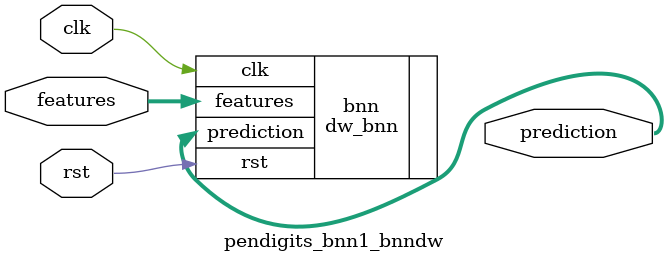
<source format=v>















module pendigits_bnn1_bnndw #(

parameter FEAT_CNT = 16,
parameter HIDDEN_CNT = 40,
parameter FEAT_BITS = 4,
parameter CLASS_CNT = 10,
parameter TEST_CNT = 1000


  ) (
  input clk,
  input rst,
  input [FEAT_CNT*FEAT_BITS-1:0] features,
  output [$clog2(CLASS_CNT)-1:0] prediction
  );

  localparam Weights0 = 640'b0101101001100011101101101101100110110001000001111010010111001000110110101111010101010001111100000110101111111000111000001101101000000011010100101110100101011010010010111010010010010101010110001011110100100011010011100001101100010110101111011010111110110001101100101111010110110101000010011110111110000101010111111100000110010010001111011111101111010000010100000101100101001010000110110100001111101100101100000010101110100100001101111011101011100101011010100101001111001010000111010000011100001011000000000010111100000101001110001010010100011110010010100110001001001011111110000001011011101101010100011111000001001101000110100010101101000010 ;
  localparam Weights1 = 400'b0000100000101111101101100001011000110000011110110111101011101100111100000000000001011101010001011000011110000100011101100111000000001111010000000110111100001000010010110010110110100000011111111101000010001000011011000111010110000010000010110101011011010111100111100010101011111110110001011100011000001010100011000011111010001111111000101011111010000101001111000111000011011001011111000001101001000001 ;
  localparam Widths = 320'h07080808080808080808080708070808080808080708080808080707070708090807080808080708 ;

  dw_bnn #(.FEAT_CNT(FEAT_CNT),.FEAT_BITS(FEAT_BITS),.HIDDEN_CNT(HIDDEN_CNT),.CLASS_CNT(CLASS_CNT),.Weights0(Weights0),.Weights1(Weights1),
    .WIDTHS(Widths)) bnn (
    .clk(clk),
    .rst(rst),
    .features(features),
    .prediction(prediction)
  );

endmodule

</source>
